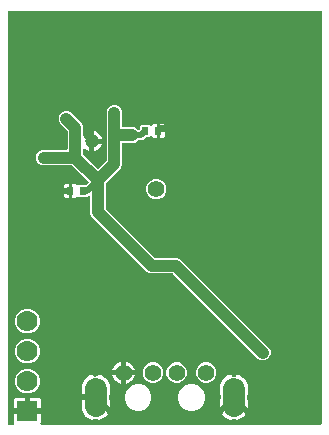
<source format=gbl>
G04 EAGLE Gerber RS-274X export*
G75*
%MOMM*%
%FSLAX34Y34*%
%LPD*%
%INBottom layer*%
%IPPOS*%
%AMOC8*
5,1,8,0,0,1.08239X$1,22.5*%
G01*
%ADD10R,0.600000X0.700000*%
%ADD11C,1.420000*%
%ADD12C,1.900000*%
%ADD13R,1.778000X1.778000*%
%ADD14C,1.778000*%
%ADD15C,1.200000*%
%ADD16C,0.500000*%
%ADD17C,0.804800*%
%ADD18C,0.654800*%
%ADD19C,0.704800*%
%ADD20C,1.000000*%
%ADD21C,1.400000*%

G36*
X9544Y5087D02*
X9544Y5087D01*
X9587Y5084D01*
X9683Y5107D01*
X9781Y5121D01*
X9820Y5138D01*
X9862Y5148D01*
X9948Y5196D01*
X10038Y5237D01*
X10070Y5265D01*
X10108Y5286D01*
X10177Y5356D01*
X10252Y5420D01*
X10276Y5456D01*
X10306Y5487D01*
X10352Y5574D01*
X10406Y5656D01*
X10419Y5697D01*
X10439Y5735D01*
X10460Y5832D01*
X10489Y5926D01*
X10489Y5969D01*
X10498Y6011D01*
X10491Y6109D01*
X10493Y6208D01*
X10481Y6249D01*
X10478Y6292D01*
X10447Y6372D01*
X10417Y6480D01*
X10386Y6531D01*
X10367Y6580D01*
X10332Y6639D01*
X10159Y7285D01*
X10159Y14511D01*
X20590Y14511D01*
X20653Y14520D01*
X20718Y14519D01*
X20792Y14540D01*
X20869Y14551D01*
X20928Y14577D01*
X20990Y14594D01*
X21056Y14635D01*
X21126Y14667D01*
X21175Y14709D01*
X21230Y14742D01*
X21281Y14800D01*
X21340Y14850D01*
X21376Y14904D01*
X21419Y14952D01*
X21452Y15021D01*
X21495Y15086D01*
X21514Y15148D01*
X21542Y15205D01*
X21552Y15275D01*
X21577Y15356D01*
X21578Y15441D01*
X21589Y15510D01*
X21589Y16511D01*
X21591Y16511D01*
X21591Y15510D01*
X21600Y15446D01*
X21599Y15382D01*
X21620Y15307D01*
X21631Y15231D01*
X21657Y15172D01*
X21674Y15110D01*
X21715Y15044D01*
X21747Y14974D01*
X21789Y14925D01*
X21822Y14870D01*
X21880Y14818D01*
X21930Y14760D01*
X21984Y14724D01*
X22032Y14681D01*
X22101Y14648D01*
X22166Y14605D01*
X22228Y14586D01*
X22286Y14558D01*
X22355Y14547D01*
X22436Y14523D01*
X22521Y14522D01*
X22590Y14511D01*
X33021Y14511D01*
X33021Y7285D01*
X32848Y6639D01*
X32813Y6580D01*
X32797Y6540D01*
X32774Y6504D01*
X32745Y6409D01*
X32708Y6318D01*
X32704Y6275D01*
X32691Y6234D01*
X32690Y6136D01*
X32680Y6037D01*
X32688Y5995D01*
X32687Y5952D01*
X32714Y5857D01*
X32732Y5760D01*
X32751Y5722D01*
X32763Y5680D01*
X32814Y5596D01*
X32859Y5508D01*
X32888Y5477D01*
X32911Y5440D01*
X32984Y5374D01*
X33051Y5302D01*
X33088Y5280D01*
X33120Y5251D01*
X33209Y5208D01*
X33294Y5158D01*
X33335Y5147D01*
X33374Y5128D01*
X33458Y5115D01*
X33567Y5087D01*
X33627Y5089D01*
X33678Y5081D01*
X269920Y5081D01*
X269984Y5090D01*
X270048Y5089D01*
X270123Y5110D01*
X270199Y5121D01*
X270258Y5147D01*
X270320Y5164D01*
X270386Y5205D01*
X270456Y5237D01*
X270505Y5279D01*
X270560Y5312D01*
X270612Y5370D01*
X270670Y5420D01*
X270706Y5474D01*
X270749Y5522D01*
X270782Y5591D01*
X270825Y5656D01*
X270844Y5718D01*
X270872Y5775D01*
X270883Y5845D01*
X270907Y5926D01*
X270908Y6011D01*
X270919Y6080D01*
X270919Y354680D01*
X270910Y354744D01*
X270911Y354808D01*
X270890Y354883D01*
X270879Y354959D01*
X270853Y355018D01*
X270836Y355080D01*
X270795Y355146D01*
X270763Y355216D01*
X270721Y355265D01*
X270688Y355320D01*
X270630Y355372D01*
X270580Y355430D01*
X270526Y355466D01*
X270478Y355509D01*
X270409Y355542D01*
X270344Y355585D01*
X270282Y355604D01*
X270225Y355632D01*
X270155Y355643D01*
X270074Y355667D01*
X269989Y355668D01*
X269920Y355679D01*
X6080Y355679D01*
X6016Y355670D01*
X5952Y355671D01*
X5877Y355650D01*
X5801Y355639D01*
X5742Y355613D01*
X5680Y355596D01*
X5614Y355555D01*
X5544Y355523D01*
X5495Y355481D01*
X5440Y355448D01*
X5388Y355390D01*
X5330Y355340D01*
X5294Y355286D01*
X5251Y355238D01*
X5218Y355169D01*
X5175Y355104D01*
X5156Y355042D01*
X5128Y354985D01*
X5117Y354915D01*
X5093Y354834D01*
X5092Y354749D01*
X5081Y354680D01*
X5081Y6080D01*
X5090Y6016D01*
X5089Y5952D01*
X5110Y5877D01*
X5121Y5801D01*
X5147Y5742D01*
X5164Y5680D01*
X5205Y5614D01*
X5237Y5544D01*
X5279Y5495D01*
X5312Y5440D01*
X5370Y5388D01*
X5420Y5330D01*
X5474Y5294D01*
X5522Y5251D01*
X5591Y5218D01*
X5656Y5175D01*
X5718Y5156D01*
X5775Y5128D01*
X5845Y5117D01*
X5926Y5093D01*
X6011Y5092D01*
X6080Y5081D01*
X9502Y5081D01*
X9544Y5087D01*
G37*
%LPC*%
G36*
X219682Y59515D02*
X219682Y59515D01*
X217284Y60509D01*
X144910Y132883D01*
X144833Y132940D01*
X144762Y133005D01*
X144721Y133025D01*
X144684Y133052D01*
X144594Y133086D01*
X144508Y133128D01*
X144466Y133134D01*
X144421Y133151D01*
X144293Y133161D01*
X144203Y133175D01*
X125702Y133175D01*
X123304Y134169D01*
X121328Y136144D01*
X121328Y136145D01*
X117095Y140378D01*
X117094Y140378D01*
X75749Y181724D01*
X74755Y184122D01*
X74755Y197887D01*
X74751Y197919D01*
X74753Y197951D01*
X74731Y198058D01*
X74715Y198166D01*
X74702Y198195D01*
X74696Y198227D01*
X74644Y198323D01*
X74599Y198423D01*
X74578Y198447D01*
X74563Y198476D01*
X74487Y198554D01*
X74416Y198637D01*
X74389Y198655D01*
X74366Y198678D01*
X74272Y198732D01*
X74180Y198791D01*
X74149Y198801D01*
X74121Y198817D01*
X74015Y198842D01*
X73910Y198874D01*
X73878Y198874D01*
X73847Y198882D01*
X73737Y198876D01*
X73628Y198878D01*
X73597Y198869D01*
X73565Y198867D01*
X73462Y198832D01*
X73356Y198802D01*
X73329Y198785D01*
X73298Y198775D01*
X73225Y198722D01*
X73116Y198654D01*
X73084Y198618D01*
X73049Y198593D01*
X72632Y198175D01*
X65368Y198175D01*
X64822Y198722D01*
X64779Y198754D01*
X64742Y198794D01*
X64666Y198839D01*
X64596Y198891D01*
X64546Y198910D01*
X64500Y198938D01*
X64415Y198960D01*
X64332Y198991D01*
X64279Y198995D01*
X64227Y199009D01*
X64139Y199006D01*
X64051Y199013D01*
X63999Y199002D01*
X63945Y199000D01*
X63861Y198973D01*
X63775Y198955D01*
X63728Y198930D01*
X63676Y198913D01*
X63604Y198864D01*
X63526Y198823D01*
X63487Y198785D01*
X63443Y198755D01*
X63394Y198694D01*
X63324Y198626D01*
X63288Y198563D01*
X63250Y198515D01*
X63033Y198140D01*
X62560Y197667D01*
X61981Y197332D01*
X61335Y197159D01*
X59499Y197159D01*
X59499Y202700D01*
X59490Y202763D01*
X59491Y202828D01*
X59470Y202902D01*
X59459Y202979D01*
X59433Y203037D01*
X59416Y203099D01*
X59375Y203165D01*
X59358Y203203D01*
X59362Y203211D01*
X59405Y203276D01*
X59424Y203338D01*
X59452Y203396D01*
X59463Y203465D01*
X59487Y203546D01*
X59488Y203631D01*
X59499Y203700D01*
X59499Y209241D01*
X61335Y209241D01*
X61981Y209068D01*
X62560Y208733D01*
X63033Y208260D01*
X63250Y207885D01*
X63283Y207843D01*
X63308Y207795D01*
X63369Y207732D01*
X63424Y207663D01*
X63467Y207632D01*
X63505Y207593D01*
X63581Y207550D01*
X63653Y207499D01*
X63703Y207481D01*
X63750Y207454D01*
X63836Y207434D01*
X63919Y207405D01*
X63972Y207402D01*
X64025Y207389D01*
X64113Y207394D01*
X64200Y207389D01*
X64253Y207401D01*
X64306Y207404D01*
X64389Y207433D01*
X64475Y207452D01*
X64522Y207479D01*
X64573Y207496D01*
X64636Y207542D01*
X64721Y207590D01*
X64772Y207642D01*
X64822Y207678D01*
X65368Y208225D01*
X71309Y208225D01*
X71404Y208238D01*
X71500Y208243D01*
X71543Y208258D01*
X71588Y208265D01*
X71676Y208304D01*
X71767Y208336D01*
X71801Y208361D01*
X71845Y208381D01*
X71942Y208464D01*
X72016Y208517D01*
X73114Y209616D01*
X73152Y209667D01*
X73198Y209712D01*
X73237Y209779D01*
X73283Y209841D01*
X73306Y209901D01*
X73337Y209957D01*
X73355Y210033D01*
X73383Y210105D01*
X73388Y210169D01*
X73402Y210232D01*
X73398Y210309D01*
X73404Y210386D01*
X73391Y210449D01*
X73388Y210513D01*
X73363Y210587D01*
X73347Y210662D01*
X73317Y210719D01*
X73296Y210780D01*
X73254Y210836D01*
X73214Y210911D01*
X73155Y210972D01*
X73114Y211029D01*
X59820Y224323D01*
X59743Y224380D01*
X59672Y224445D01*
X59631Y224465D01*
X59594Y224492D01*
X59504Y224526D01*
X59418Y224568D01*
X59376Y224574D01*
X59331Y224591D01*
X59203Y224601D01*
X59113Y224615D01*
X34262Y224615D01*
X31864Y225609D01*
X30029Y227444D01*
X29035Y229842D01*
X29035Y232438D01*
X30029Y234836D01*
X31864Y236671D01*
X34262Y237665D01*
X54706Y237665D01*
X54770Y237674D01*
X54834Y237673D01*
X54909Y237694D01*
X54985Y237705D01*
X55044Y237731D01*
X55106Y237748D01*
X55172Y237789D01*
X55242Y237821D01*
X55291Y237863D01*
X55346Y237896D01*
X55398Y237954D01*
X55456Y238004D01*
X55492Y238058D01*
X55535Y238106D01*
X55568Y238175D01*
X55611Y238240D01*
X55630Y238302D01*
X55658Y238359D01*
X55669Y238429D01*
X55693Y238510D01*
X55694Y238595D01*
X55705Y238664D01*
X55705Y253423D01*
X55692Y253518D01*
X55687Y253615D01*
X55672Y253658D01*
X55665Y253703D01*
X55626Y253790D01*
X55594Y253881D01*
X55569Y253915D01*
X55549Y253960D01*
X55466Y254057D01*
X55413Y254130D01*
X49079Y260464D01*
X48085Y262862D01*
X48085Y265458D01*
X49079Y267856D01*
X50914Y269691D01*
X53312Y270685D01*
X55908Y270685D01*
X58306Y269691D01*
X67761Y260236D01*
X68755Y257838D01*
X68755Y252156D01*
X68759Y252124D01*
X68757Y252091D01*
X68779Y251984D01*
X68795Y251876D01*
X68808Y251847D01*
X68814Y251815D01*
X68866Y251719D01*
X68911Y251619D01*
X68932Y251595D01*
X68947Y251566D01*
X69023Y251488D01*
X69094Y251405D01*
X69121Y251387D01*
X69144Y251364D01*
X69239Y251311D01*
X69330Y251251D01*
X69361Y251241D01*
X69389Y251225D01*
X69495Y251200D01*
X69600Y251168D01*
X69632Y251168D01*
X69664Y251160D01*
X69773Y251166D01*
X69882Y251165D01*
X69913Y251173D01*
X69945Y251175D01*
X70048Y251211D01*
X70154Y251240D01*
X70181Y251257D01*
X70212Y251267D01*
X70285Y251321D01*
X70394Y251388D01*
X70426Y251424D01*
X70461Y251449D01*
X70756Y251744D01*
X72154Y252679D01*
X73709Y253322D01*
X74201Y253420D01*
X74201Y246110D01*
X74210Y246047D01*
X74209Y245982D01*
X74230Y245908D01*
X74241Y245831D01*
X74267Y245772D01*
X74284Y245710D01*
X74325Y245644D01*
X74357Y245574D01*
X74399Y245525D01*
X74432Y245470D01*
X74490Y245419D01*
X74540Y245360D01*
X74594Y245324D01*
X74642Y245281D01*
X74711Y245248D01*
X74776Y245205D01*
X74838Y245186D01*
X74895Y245158D01*
X74965Y245148D01*
X75046Y245123D01*
X75131Y245122D01*
X75200Y245111D01*
X76201Y245111D01*
X76201Y245109D01*
X75200Y245109D01*
X75136Y245100D01*
X75072Y245101D01*
X74997Y245080D01*
X74921Y245069D01*
X74862Y245043D01*
X74800Y245026D01*
X74734Y244985D01*
X74664Y244953D01*
X74615Y244911D01*
X74560Y244878D01*
X74508Y244820D01*
X74450Y244770D01*
X74414Y244716D01*
X74371Y244668D01*
X74338Y244599D01*
X74295Y244534D01*
X74276Y244472D01*
X74248Y244414D01*
X74237Y244345D01*
X74213Y244264D01*
X74212Y244179D01*
X74201Y244110D01*
X74201Y236800D01*
X73709Y236898D01*
X72154Y237541D01*
X70756Y238476D01*
X70461Y238771D01*
X70435Y238790D01*
X70414Y238815D01*
X70322Y238875D01*
X70235Y238940D01*
X70205Y238952D01*
X70178Y238969D01*
X70073Y239001D01*
X69971Y239040D01*
X69939Y239042D01*
X69908Y239052D01*
X69799Y239053D01*
X69690Y239062D01*
X69658Y239055D01*
X69626Y239055D01*
X69521Y239026D01*
X69414Y239004D01*
X69385Y238989D01*
X69354Y238980D01*
X69261Y238923D01*
X69165Y238872D01*
X69142Y238849D01*
X69114Y238832D01*
X69041Y238751D01*
X68963Y238675D01*
X68947Y238647D01*
X68925Y238623D01*
X68878Y238524D01*
X68824Y238429D01*
X68816Y238398D01*
X68802Y238369D01*
X68788Y238279D01*
X68759Y238155D01*
X68761Y238107D01*
X68755Y238064D01*
X68755Y234257D01*
X68768Y234162D01*
X68773Y234065D01*
X68788Y234022D01*
X68795Y233977D01*
X68834Y233890D01*
X68866Y233799D01*
X68891Y233765D01*
X68911Y233720D01*
X68994Y233623D01*
X69047Y233550D01*
X80573Y222024D01*
X80625Y221985D01*
X80670Y221939D01*
X80737Y221901D01*
X80799Y221855D01*
X80859Y221832D01*
X80915Y221800D01*
X80990Y221782D01*
X81063Y221755D01*
X81127Y221750D01*
X81189Y221735D01*
X81267Y221739D01*
X81344Y221733D01*
X81407Y221746D01*
X81471Y221750D01*
X81544Y221775D01*
X81620Y221791D01*
X81677Y221821D01*
X81738Y221842D01*
X81794Y221884D01*
X81869Y221923D01*
X81930Y221983D01*
X81987Y222024D01*
X88433Y228470D01*
X88490Y228547D01*
X88555Y228618D01*
X88575Y228659D01*
X88602Y228696D01*
X88636Y228786D01*
X88678Y228872D01*
X88684Y228914D01*
X88701Y228959D01*
X88711Y229087D01*
X88725Y229177D01*
X88725Y270538D01*
X89719Y272936D01*
X91554Y274771D01*
X93952Y275765D01*
X96548Y275765D01*
X98946Y274771D01*
X100781Y272936D01*
X101775Y270538D01*
X101775Y257714D01*
X101784Y257650D01*
X101783Y257586D01*
X101804Y257511D01*
X101815Y257435D01*
X101841Y257376D01*
X101858Y257314D01*
X101899Y257248D01*
X101931Y257178D01*
X101973Y257129D01*
X102006Y257074D01*
X102064Y257022D01*
X102114Y256964D01*
X102168Y256928D01*
X102216Y256885D01*
X102285Y256852D01*
X102350Y256809D01*
X102412Y256790D01*
X102469Y256762D01*
X102539Y256751D01*
X102620Y256727D01*
X102705Y256726D01*
X102774Y256715D01*
X111788Y256715D01*
X114186Y255721D01*
X115151Y254756D01*
X115203Y254718D01*
X115247Y254672D01*
X115315Y254633D01*
X115377Y254587D01*
X115437Y254564D01*
X115493Y254533D01*
X115568Y254515D01*
X115641Y254487D01*
X115705Y254482D01*
X115767Y254468D01*
X115845Y254472D01*
X115922Y254466D01*
X115985Y254479D01*
X116049Y254482D01*
X116122Y254507D01*
X116198Y254523D01*
X116255Y254553D01*
X116315Y254574D01*
X116372Y254616D01*
X116447Y254656D01*
X116508Y254715D01*
X116564Y254756D01*
X116683Y254874D01*
X116740Y254951D01*
X116805Y255023D01*
X116825Y255064D01*
X116852Y255100D01*
X116886Y255190D01*
X116928Y255276D01*
X116934Y255318D01*
X116951Y255364D01*
X116961Y255491D01*
X116975Y255581D01*
X116975Y258132D01*
X117868Y259025D01*
X125132Y259025D01*
X125678Y258478D01*
X125721Y258446D01*
X125758Y258407D01*
X125833Y258362D01*
X125904Y258309D01*
X125954Y258290D01*
X126000Y258262D01*
X126085Y258240D01*
X126168Y258209D01*
X126221Y258205D01*
X126273Y258192D01*
X126361Y258194D01*
X126449Y258187D01*
X126501Y258198D01*
X126555Y258200D01*
X126639Y258227D01*
X126725Y258245D01*
X126772Y258270D01*
X126823Y258287D01*
X126896Y258336D01*
X126974Y258377D01*
X127013Y258415D01*
X127057Y258445D01*
X127106Y258506D01*
X127176Y258574D01*
X127212Y258637D01*
X127250Y258685D01*
X127467Y259060D01*
X127940Y259533D01*
X128519Y259868D01*
X129165Y260041D01*
X131001Y260041D01*
X131001Y254500D01*
X131010Y254437D01*
X131009Y254372D01*
X131030Y254298D01*
X131041Y254221D01*
X131067Y254163D01*
X131084Y254101D01*
X131125Y254035D01*
X131142Y253997D01*
X131138Y253989D01*
X131095Y253924D01*
X131076Y253862D01*
X131048Y253804D01*
X131037Y253735D01*
X131013Y253654D01*
X131012Y253569D01*
X131001Y253500D01*
X131001Y247959D01*
X129165Y247959D01*
X128519Y248132D01*
X127940Y248467D01*
X127467Y248940D01*
X127250Y249315D01*
X127217Y249357D01*
X127192Y249405D01*
X127131Y249468D01*
X127076Y249537D01*
X127033Y249568D01*
X126995Y249607D01*
X126919Y249650D01*
X126847Y249701D01*
X126797Y249719D01*
X126750Y249746D01*
X126664Y249766D01*
X126581Y249795D01*
X126528Y249798D01*
X126475Y249811D01*
X126387Y249806D01*
X126300Y249811D01*
X126248Y249799D01*
X126194Y249796D01*
X126110Y249767D01*
X126025Y249748D01*
X125978Y249721D01*
X125927Y249704D01*
X125864Y249658D01*
X125779Y249610D01*
X125728Y249558D01*
X125678Y249522D01*
X125132Y248975D01*
X122581Y248975D01*
X122486Y248962D01*
X122390Y248957D01*
X122347Y248942D01*
X122302Y248935D01*
X122214Y248896D01*
X122123Y248864D01*
X122089Y248839D01*
X122045Y248819D01*
X121948Y248736D01*
X121874Y248683D01*
X119357Y246165D01*
X116107Y246165D01*
X116011Y246152D01*
X115915Y246147D01*
X115872Y246132D01*
X115827Y246125D01*
X115740Y246086D01*
X115649Y246054D01*
X115614Y246029D01*
X115570Y246009D01*
X115473Y245926D01*
X115400Y245873D01*
X114186Y244659D01*
X111788Y243665D01*
X102774Y243665D01*
X102710Y243656D01*
X102646Y243657D01*
X102571Y243636D01*
X102495Y243625D01*
X102436Y243599D01*
X102374Y243582D01*
X102308Y243541D01*
X102238Y243509D01*
X102189Y243467D01*
X102134Y243434D01*
X102082Y243376D01*
X102024Y243326D01*
X101988Y243272D01*
X101945Y243224D01*
X101912Y243155D01*
X101869Y243090D01*
X101850Y243028D01*
X101822Y242971D01*
X101811Y242901D01*
X101787Y242820D01*
X101786Y242735D01*
X101775Y242666D01*
X101775Y224762D01*
X100781Y222364D01*
X88097Y209680D01*
X88040Y209603D01*
X87975Y209532D01*
X87955Y209491D01*
X87928Y209454D01*
X87894Y209364D01*
X87852Y209278D01*
X87846Y209236D01*
X87829Y209191D01*
X87821Y209097D01*
X87817Y209082D01*
X87816Y209047D01*
X87805Y208973D01*
X87805Y188537D01*
X87818Y188442D01*
X87823Y188345D01*
X87838Y188302D01*
X87845Y188257D01*
X87884Y188170D01*
X87916Y188079D01*
X87941Y188045D01*
X87961Y188000D01*
X88044Y187903D01*
X88097Y187830D01*
X126322Y149606D01*
X126322Y149605D01*
X129410Y146517D01*
X129487Y146460D01*
X129558Y146395D01*
X129599Y146375D01*
X129636Y146348D01*
X129726Y146314D01*
X129812Y146272D01*
X129854Y146266D01*
X129899Y146249D01*
X130027Y146239D01*
X130117Y146225D01*
X148618Y146225D01*
X151016Y145231D01*
X226511Y69736D01*
X227505Y67338D01*
X227505Y64742D01*
X226511Y62344D01*
X224676Y60509D01*
X222278Y59515D01*
X219682Y59515D01*
G37*
%LPD*%
%LPC*%
G36*
X198499Y9458D02*
X198499Y9458D01*
X198494Y9492D01*
X198497Y9527D01*
X198474Y9631D01*
X198459Y9737D01*
X198445Y9769D01*
X198438Y9803D01*
X198387Y9897D01*
X198343Y9994D01*
X198320Y10020D01*
X198304Y10051D01*
X198229Y10127D01*
X198160Y10208D01*
X198130Y10227D01*
X198106Y10252D01*
X198013Y10304D01*
X197924Y10363D01*
X197890Y10373D01*
X197860Y10390D01*
X197756Y10414D01*
X197654Y10445D01*
X197619Y10445D01*
X197585Y10453D01*
X197496Y10447D01*
X197372Y10449D01*
X197322Y10435D01*
X197278Y10432D01*
X196500Y10254D01*
X195722Y10432D01*
X195688Y10435D01*
X195654Y10445D01*
X195548Y10446D01*
X195441Y10455D01*
X195407Y10448D01*
X195372Y10449D01*
X195270Y10420D01*
X195165Y10399D01*
X195134Y10383D01*
X195100Y10373D01*
X195010Y10317D01*
X194915Y10268D01*
X194890Y10244D01*
X194860Y10225D01*
X194789Y10146D01*
X194712Y10072D01*
X194695Y10042D01*
X194671Y10016D01*
X194625Y9920D01*
X194572Y9828D01*
X194564Y9794D01*
X194548Y9762D01*
X194535Y9674D01*
X194505Y9553D01*
X194508Y9502D01*
X194501Y9458D01*
X194501Y8746D01*
X193681Y8876D01*
X191878Y9461D01*
X190189Y10322D01*
X188656Y11436D01*
X187316Y12776D01*
X186202Y14309D01*
X185341Y15998D01*
X184756Y17801D01*
X184459Y19672D01*
X184459Y26126D01*
X184484Y26130D01*
X184548Y26129D01*
X184623Y26150D01*
X184699Y26161D01*
X184758Y26187D01*
X184820Y26204D01*
X184886Y26245D01*
X184956Y26277D01*
X185005Y26319D01*
X185060Y26352D01*
X185112Y26410D01*
X185170Y26460D01*
X185206Y26514D01*
X185249Y26562D01*
X185282Y26631D01*
X185325Y26696D01*
X185344Y26758D01*
X185372Y26815D01*
X185383Y26885D01*
X185407Y26966D01*
X185408Y27051D01*
X185419Y27120D01*
X185419Y29120D01*
X185411Y29179D01*
X185411Y29191D01*
X185410Y29193D01*
X185411Y29248D01*
X185390Y29323D01*
X185379Y29399D01*
X185353Y29458D01*
X185336Y29520D01*
X185295Y29586D01*
X185263Y29656D01*
X185221Y29705D01*
X185188Y29760D01*
X185130Y29812D01*
X185080Y29870D01*
X185026Y29906D01*
X184978Y29949D01*
X184909Y29982D01*
X184844Y30025D01*
X184782Y30044D01*
X184725Y30072D01*
X184655Y30082D01*
X184574Y30107D01*
X184489Y30108D01*
X184459Y30113D01*
X184459Y36568D01*
X184512Y36902D01*
X184512Y36903D01*
X184756Y38439D01*
X185341Y40242D01*
X186202Y41931D01*
X187316Y43464D01*
X188656Y44804D01*
X190189Y45918D01*
X191878Y46779D01*
X193681Y47364D01*
X194501Y47494D01*
X194501Y46782D01*
X194506Y46748D01*
X194503Y46713D01*
X194526Y46609D01*
X194541Y46503D01*
X194555Y46471D01*
X194562Y46437D01*
X194613Y46343D01*
X194657Y46246D01*
X194679Y46220D01*
X194696Y46189D01*
X194771Y46113D01*
X194840Y46032D01*
X194870Y46013D01*
X194894Y45988D01*
X194987Y45936D01*
X195076Y45877D01*
X195110Y45867D01*
X195140Y45850D01*
X195244Y45826D01*
X195346Y45795D01*
X195381Y45795D01*
X195415Y45787D01*
X195504Y45793D01*
X195628Y45791D01*
X195677Y45805D01*
X195722Y45808D01*
X196500Y45986D01*
X197278Y45808D01*
X197312Y45805D01*
X197346Y45795D01*
X197452Y45794D01*
X197559Y45785D01*
X197593Y45792D01*
X197628Y45791D01*
X197730Y45820D01*
X197835Y45841D01*
X197866Y45857D01*
X197900Y45867D01*
X197990Y45923D01*
X198085Y45972D01*
X198110Y45996D01*
X198140Y46015D01*
X198211Y46094D01*
X198288Y46168D01*
X198305Y46198D01*
X198329Y46224D01*
X198375Y46320D01*
X198428Y46412D01*
X198436Y46446D01*
X198452Y46478D01*
X198465Y46566D01*
X198495Y46687D01*
X198492Y46738D01*
X198499Y46782D01*
X198499Y47494D01*
X199319Y47364D01*
X201122Y46779D01*
X202811Y45918D01*
X204344Y44804D01*
X205684Y43464D01*
X206798Y41931D01*
X207659Y40242D01*
X208244Y38439D01*
X208541Y36568D01*
X208541Y30114D01*
X208516Y30110D01*
X208452Y30111D01*
X208377Y30090D01*
X208301Y30079D01*
X208242Y30053D01*
X208180Y30036D01*
X208114Y29995D01*
X208044Y29963D01*
X207995Y29921D01*
X207940Y29888D01*
X207888Y29830D01*
X207830Y29780D01*
X207794Y29726D01*
X207751Y29678D01*
X207718Y29609D01*
X207675Y29544D01*
X207656Y29482D01*
X207628Y29425D01*
X207617Y29355D01*
X207593Y29274D01*
X207592Y29189D01*
X207581Y29120D01*
X207581Y27120D01*
X207590Y27056D01*
X207589Y26992D01*
X207610Y26917D01*
X207621Y26841D01*
X207647Y26782D01*
X207664Y26720D01*
X207705Y26654D01*
X207737Y26584D01*
X207779Y26535D01*
X207812Y26480D01*
X207870Y26428D01*
X207920Y26370D01*
X207974Y26334D01*
X208022Y26291D01*
X208091Y26258D01*
X208156Y26215D01*
X208218Y26196D01*
X208275Y26168D01*
X208345Y26158D01*
X208426Y26133D01*
X208511Y26132D01*
X208541Y26127D01*
X208541Y19672D01*
X208470Y19225D01*
X208470Y19224D01*
X208244Y17801D01*
X207659Y15998D01*
X206798Y14309D01*
X205684Y12776D01*
X204344Y11436D01*
X202811Y10322D01*
X201122Y9461D01*
X199319Y8876D01*
X198499Y8746D01*
X198499Y9458D01*
G37*
%LPD*%
%LPC*%
G36*
X81499Y9458D02*
X81499Y9458D01*
X81494Y9492D01*
X81497Y9527D01*
X81474Y9631D01*
X81459Y9737D01*
X81445Y9769D01*
X81438Y9803D01*
X81387Y9897D01*
X81343Y9994D01*
X81320Y10020D01*
X81304Y10051D01*
X81229Y10127D01*
X81160Y10208D01*
X81130Y10227D01*
X81106Y10252D01*
X81013Y10304D01*
X80924Y10363D01*
X80890Y10373D01*
X80860Y10390D01*
X80756Y10414D01*
X80654Y10445D01*
X80619Y10445D01*
X80585Y10453D01*
X80496Y10447D01*
X80372Y10449D01*
X80322Y10435D01*
X80278Y10432D01*
X79500Y10254D01*
X78722Y10432D01*
X78688Y10435D01*
X78654Y10445D01*
X78548Y10446D01*
X78441Y10455D01*
X78407Y10448D01*
X78372Y10449D01*
X78270Y10420D01*
X78165Y10399D01*
X78134Y10383D01*
X78100Y10373D01*
X78010Y10317D01*
X77915Y10268D01*
X77890Y10244D01*
X77860Y10225D01*
X77789Y10146D01*
X77712Y10072D01*
X77695Y10042D01*
X77671Y10016D01*
X77625Y9920D01*
X77572Y9828D01*
X77564Y9794D01*
X77548Y9762D01*
X77535Y9674D01*
X77505Y9553D01*
X77508Y9502D01*
X77501Y9458D01*
X77501Y8746D01*
X76681Y8876D01*
X74878Y9461D01*
X73189Y10322D01*
X71656Y11436D01*
X70316Y12776D01*
X69202Y14309D01*
X68341Y15998D01*
X67756Y17801D01*
X67459Y19672D01*
X67459Y26126D01*
X67484Y26130D01*
X67548Y26129D01*
X67623Y26150D01*
X67699Y26161D01*
X67758Y26187D01*
X67820Y26204D01*
X67886Y26245D01*
X67956Y26277D01*
X68005Y26319D01*
X68060Y26352D01*
X68112Y26410D01*
X68170Y26460D01*
X68206Y26514D01*
X68249Y26562D01*
X68282Y26631D01*
X68325Y26696D01*
X68344Y26758D01*
X68372Y26815D01*
X68383Y26885D01*
X68407Y26966D01*
X68408Y27051D01*
X68419Y27120D01*
X68419Y29120D01*
X68411Y29179D01*
X68411Y29191D01*
X68410Y29193D01*
X68411Y29248D01*
X68390Y29323D01*
X68379Y29399D01*
X68353Y29458D01*
X68336Y29520D01*
X68295Y29586D01*
X68263Y29656D01*
X68221Y29705D01*
X68188Y29760D01*
X68130Y29812D01*
X68080Y29870D01*
X68026Y29906D01*
X67978Y29949D01*
X67909Y29982D01*
X67844Y30025D01*
X67782Y30044D01*
X67725Y30072D01*
X67655Y30082D01*
X67574Y30107D01*
X67489Y30108D01*
X67459Y30113D01*
X67459Y36568D01*
X67512Y36902D01*
X67512Y36903D01*
X67756Y38439D01*
X68341Y40242D01*
X69202Y41931D01*
X70316Y43464D01*
X71656Y44804D01*
X73189Y45918D01*
X74878Y46779D01*
X76681Y47364D01*
X77501Y47494D01*
X77501Y46782D01*
X77506Y46748D01*
X77503Y46713D01*
X77526Y46609D01*
X77541Y46503D01*
X77555Y46471D01*
X77562Y46437D01*
X77613Y46343D01*
X77657Y46246D01*
X77679Y46220D01*
X77696Y46189D01*
X77771Y46113D01*
X77840Y46032D01*
X77870Y46013D01*
X77894Y45988D01*
X77987Y45936D01*
X78076Y45877D01*
X78110Y45867D01*
X78140Y45850D01*
X78244Y45826D01*
X78346Y45795D01*
X78381Y45795D01*
X78415Y45787D01*
X78504Y45793D01*
X78628Y45791D01*
X78677Y45805D01*
X78722Y45808D01*
X79500Y45986D01*
X80278Y45808D01*
X80312Y45805D01*
X80346Y45795D01*
X80452Y45794D01*
X80559Y45785D01*
X80593Y45792D01*
X80628Y45791D01*
X80730Y45820D01*
X80835Y45841D01*
X80866Y45857D01*
X80900Y45867D01*
X80990Y45923D01*
X81085Y45972D01*
X81110Y45996D01*
X81140Y46015D01*
X81211Y46094D01*
X81288Y46168D01*
X81305Y46198D01*
X81329Y46224D01*
X81375Y46320D01*
X81428Y46412D01*
X81436Y46446D01*
X81452Y46478D01*
X81465Y46566D01*
X81495Y46687D01*
X81492Y46738D01*
X81499Y46782D01*
X81499Y47494D01*
X82319Y47364D01*
X84122Y46779D01*
X85811Y45918D01*
X87344Y44804D01*
X88684Y43464D01*
X89798Y41931D01*
X90659Y40242D01*
X91244Y38439D01*
X91541Y36568D01*
X91541Y30114D01*
X91516Y30110D01*
X91452Y30111D01*
X91377Y30090D01*
X91301Y30079D01*
X91242Y30053D01*
X91180Y30036D01*
X91114Y29995D01*
X91044Y29963D01*
X90995Y29921D01*
X90940Y29888D01*
X90888Y29830D01*
X90830Y29780D01*
X90794Y29726D01*
X90751Y29678D01*
X90718Y29609D01*
X90675Y29544D01*
X90656Y29482D01*
X90628Y29425D01*
X90617Y29355D01*
X90593Y29274D01*
X90592Y29189D01*
X90581Y29120D01*
X90581Y27120D01*
X90590Y27056D01*
X90589Y26992D01*
X90610Y26917D01*
X90621Y26841D01*
X90647Y26782D01*
X90664Y26720D01*
X90705Y26654D01*
X90737Y26584D01*
X90779Y26535D01*
X90812Y26480D01*
X90870Y26428D01*
X90920Y26370D01*
X90974Y26334D01*
X91022Y26291D01*
X91091Y26258D01*
X91156Y26215D01*
X91218Y26196D01*
X91275Y26168D01*
X91345Y26158D01*
X91426Y26133D01*
X91511Y26132D01*
X91541Y26127D01*
X91541Y19672D01*
X91470Y19225D01*
X91470Y19224D01*
X91244Y17801D01*
X90659Y15998D01*
X89798Y14309D01*
X88684Y12776D01*
X87344Y11436D01*
X85811Y10322D01*
X84122Y9461D01*
X82319Y8876D01*
X81499Y8746D01*
X81499Y9458D01*
G37*
%LPD*%
%LPC*%
G36*
X158296Y17039D02*
X158296Y17039D01*
X154223Y18726D01*
X151106Y21843D01*
X149419Y25916D01*
X149419Y30324D01*
X151106Y34397D01*
X154223Y37514D01*
X158296Y39201D01*
X162704Y39201D01*
X166777Y37514D01*
X169894Y34397D01*
X171581Y30324D01*
X171581Y25916D01*
X169894Y21843D01*
X166777Y18726D01*
X162704Y17039D01*
X158296Y17039D01*
G37*
%LPD*%
%LPC*%
G36*
X113296Y17039D02*
X113296Y17039D01*
X109223Y18726D01*
X106106Y21843D01*
X104419Y25916D01*
X104419Y30324D01*
X106106Y34397D01*
X109223Y37514D01*
X113296Y39201D01*
X117704Y39201D01*
X121777Y37514D01*
X124894Y34397D01*
X126581Y30324D01*
X126581Y25916D01*
X124894Y21843D01*
X121777Y18726D01*
X117704Y17039D01*
X113296Y17039D01*
G37*
%LPD*%
%LPC*%
G36*
X19518Y31495D02*
X19518Y31495D01*
X15690Y33081D01*
X12761Y36010D01*
X11175Y39838D01*
X11175Y43982D01*
X12761Y47810D01*
X15690Y50739D01*
X19518Y52325D01*
X23662Y52325D01*
X27490Y50739D01*
X30419Y47810D01*
X32005Y43982D01*
X32005Y39838D01*
X30419Y36010D01*
X27490Y33081D01*
X23662Y31495D01*
X19518Y31495D01*
G37*
%LPD*%
%LPC*%
G36*
X19518Y56895D02*
X19518Y56895D01*
X15690Y58481D01*
X12761Y61410D01*
X11175Y65238D01*
X11175Y69382D01*
X12761Y73210D01*
X15690Y76139D01*
X19518Y77725D01*
X23662Y77725D01*
X27490Y76139D01*
X30419Y73210D01*
X32005Y69382D01*
X32005Y65238D01*
X30419Y61410D01*
X27490Y58481D01*
X23662Y56895D01*
X19518Y56895D01*
G37*
%LPD*%
%LPC*%
G36*
X19518Y82295D02*
X19518Y82295D01*
X15690Y83881D01*
X12761Y86810D01*
X11175Y90638D01*
X11175Y94782D01*
X12761Y98610D01*
X15690Y101539D01*
X19518Y103125D01*
X23662Y103125D01*
X27490Y101539D01*
X30419Y98610D01*
X32005Y94782D01*
X32005Y90638D01*
X30419Y86810D01*
X27490Y83881D01*
X23662Y82295D01*
X19518Y82295D01*
G37*
%LPD*%
%LPC*%
G36*
X171284Y40495D02*
X171284Y40495D01*
X168114Y41808D01*
X165688Y44234D01*
X164375Y47404D01*
X164375Y50836D01*
X165688Y54006D01*
X168114Y56432D01*
X171284Y57745D01*
X174716Y57745D01*
X177886Y56432D01*
X180312Y54006D01*
X181625Y50836D01*
X181625Y47404D01*
X180312Y44234D01*
X177886Y41808D01*
X174716Y40495D01*
X171284Y40495D01*
G37*
%LPD*%
%LPC*%
G36*
X126284Y40495D02*
X126284Y40495D01*
X123114Y41808D01*
X120688Y44234D01*
X119375Y47404D01*
X119375Y50836D01*
X120688Y54006D01*
X123114Y56432D01*
X126284Y57745D01*
X129716Y57745D01*
X132886Y56432D01*
X135312Y54006D01*
X136625Y50836D01*
X136625Y47404D01*
X135312Y44234D01*
X132886Y41808D01*
X129716Y40495D01*
X126284Y40495D01*
G37*
%LPD*%
%LPC*%
G36*
X146284Y40495D02*
X146284Y40495D01*
X143114Y41808D01*
X140688Y44234D01*
X139375Y47404D01*
X139375Y50836D01*
X140688Y54006D01*
X143114Y56432D01*
X146284Y57745D01*
X149716Y57745D01*
X152886Y56432D01*
X155312Y54006D01*
X156625Y50836D01*
X156625Y47404D01*
X155312Y44234D01*
X152886Y41808D01*
X149716Y40495D01*
X146284Y40495D01*
G37*
%LPD*%
%LPC*%
G36*
X129114Y195945D02*
X129114Y195945D01*
X125981Y197243D01*
X123583Y199641D01*
X122285Y202774D01*
X122285Y206166D01*
X123583Y209299D01*
X125981Y211697D01*
X129114Y212995D01*
X132506Y212995D01*
X135639Y211697D01*
X138037Y209299D01*
X139335Y206166D01*
X139335Y202774D01*
X138037Y199641D01*
X135639Y197243D01*
X132506Y195945D01*
X129114Y195945D01*
G37*
%LPD*%
%LPC*%
G36*
X23589Y18509D02*
X23589Y18509D01*
X23589Y27941D01*
X30815Y27941D01*
X31461Y27768D01*
X32040Y27433D01*
X32513Y26960D01*
X32848Y26381D01*
X33021Y25735D01*
X33021Y18509D01*
X23589Y18509D01*
G37*
%LPD*%
%LPC*%
G36*
X10159Y18509D02*
X10159Y18509D01*
X10159Y25735D01*
X10332Y26381D01*
X10667Y26960D01*
X11140Y27433D01*
X11719Y27768D01*
X12365Y27941D01*
X19591Y27941D01*
X19591Y18509D01*
X10159Y18509D01*
G37*
%LPD*%
%LPC*%
G36*
X104999Y51119D02*
X104999Y51119D01*
X104999Y58564D01*
X105258Y58523D01*
X106701Y58054D01*
X108053Y57365D01*
X109281Y56473D01*
X110353Y55401D01*
X111245Y54173D01*
X111934Y52821D01*
X112403Y51378D01*
X112444Y51119D01*
X104999Y51119D01*
G37*
%LPD*%
%LPC*%
G36*
X93556Y51119D02*
X93556Y51119D01*
X93597Y51377D01*
X94066Y52821D01*
X94755Y54173D01*
X95647Y55401D01*
X96719Y56473D01*
X97947Y57365D01*
X99299Y58054D01*
X100742Y58523D01*
X101001Y58564D01*
X101001Y51119D01*
X93556Y51119D01*
G37*
%LPD*%
%LPC*%
G36*
X104999Y47121D02*
X104999Y47121D01*
X112444Y47121D01*
X112403Y46862D01*
X111934Y45419D01*
X111245Y44067D01*
X110353Y42839D01*
X109281Y41767D01*
X108053Y40875D01*
X106701Y40186D01*
X105257Y39717D01*
X104999Y39676D01*
X104999Y47121D01*
G37*
%LPD*%
%LPC*%
G36*
X100743Y39717D02*
X100743Y39717D01*
X99299Y40186D01*
X97947Y40875D01*
X96719Y41767D01*
X95647Y42839D01*
X94755Y44067D01*
X94066Y45419D01*
X93597Y46863D01*
X93556Y47121D01*
X101001Y47121D01*
X101001Y39676D01*
X100743Y39717D01*
G37*
%LPD*%
%LPC*%
G36*
X78199Y247109D02*
X78199Y247109D01*
X78199Y253420D01*
X78691Y253322D01*
X80246Y252679D01*
X81644Y251744D01*
X82834Y250554D01*
X83769Y249156D01*
X84412Y247601D01*
X84510Y247109D01*
X78199Y247109D01*
G37*
%LPD*%
%LPC*%
G36*
X78199Y243111D02*
X78199Y243111D01*
X84510Y243111D01*
X84412Y242619D01*
X83769Y241064D01*
X82834Y239666D01*
X81644Y238476D01*
X80246Y237541D01*
X78691Y236898D01*
X78199Y236800D01*
X78199Y243111D01*
G37*
%LPD*%
%LPC*%
G36*
X133999Y255499D02*
X133999Y255499D01*
X133999Y260041D01*
X135835Y260041D01*
X136481Y259868D01*
X137060Y259533D01*
X137533Y259060D01*
X137868Y258481D01*
X138041Y257835D01*
X138041Y255499D01*
X133999Y255499D01*
G37*
%LPD*%
%LPC*%
G36*
X133999Y247959D02*
X133999Y247959D01*
X133999Y252501D01*
X138041Y252501D01*
X138041Y250165D01*
X137868Y249519D01*
X137533Y248940D01*
X137060Y248467D01*
X136481Y248132D01*
X135835Y247959D01*
X133999Y247959D01*
G37*
%LPD*%
%LPC*%
G36*
X52459Y204699D02*
X52459Y204699D01*
X52459Y207035D01*
X52632Y207681D01*
X52967Y208260D01*
X53440Y208733D01*
X54019Y209068D01*
X54665Y209241D01*
X56501Y209241D01*
X56501Y204699D01*
X52459Y204699D01*
G37*
%LPD*%
%LPC*%
G36*
X54665Y197159D02*
X54665Y197159D01*
X54019Y197332D01*
X53440Y197667D01*
X52967Y198140D01*
X52632Y198719D01*
X52459Y199365D01*
X52459Y201701D01*
X56501Y201701D01*
X56501Y197159D01*
X54665Y197159D01*
G37*
%LPD*%
%LPC*%
G36*
X102999Y49119D02*
X102999Y49119D01*
X102999Y49121D01*
X103001Y49121D01*
X103001Y49119D01*
X102999Y49119D01*
G37*
%LPD*%
D10*
X69000Y203200D03*
X58000Y203200D03*
X121500Y254000D03*
X132500Y254000D03*
D11*
X173000Y49120D03*
X148000Y49120D03*
X128000Y49120D03*
X103000Y49120D03*
D12*
X79500Y35620D02*
X79500Y20620D01*
X196500Y20620D02*
X196500Y35620D01*
D13*
X21590Y16510D03*
D14*
X21590Y41910D03*
X21590Y67310D03*
X21590Y92710D03*
D15*
X76200Y245110D03*
D16*
X247436Y150129D02*
X251853Y154547D01*
X266700Y69367D02*
X266700Y12700D01*
X266700Y69367D02*
X247436Y88631D01*
X247436Y150129D01*
X251853Y154547D02*
X251853Y161683D01*
X266700Y12700D02*
X209420Y12700D01*
X58000Y203200D02*
X12700Y203200D01*
X260350Y226060D02*
X260350Y256540D01*
X135040Y256540D01*
X132500Y254000D01*
X76200Y245110D02*
X71254Y250056D01*
X71254Y260278D01*
X52132Y279400D01*
X12700Y279400D01*
X12700Y203200D01*
D17*
X106680Y226060D03*
D16*
X79500Y28120D02*
X50800Y28120D01*
X196500Y28120D02*
X209420Y13700D01*
X209420Y12700D01*
X260350Y226060D02*
X106680Y226060D01*
X251853Y161683D02*
X260350Y170180D01*
X260350Y226060D01*
X50800Y28120D02*
X39190Y16510D01*
X21590Y16510D01*
X7620Y16510D01*
X7580Y16550D01*
X7580Y198080D02*
X12700Y203200D01*
X7580Y198080D02*
X7580Y16550D01*
X79500Y28120D02*
X94920Y12700D01*
X181080Y12700D02*
X196500Y28120D01*
X181080Y12700D02*
X94920Y12700D01*
D18*
X110490Y250190D03*
X54610Y264160D03*
X81280Y212090D03*
X35560Y231140D03*
X95250Y269240D03*
D19*
X220980Y66040D03*
D20*
X148590Y138430D01*
X147320Y139700D01*
X127000Y139700D01*
X81280Y212090D02*
X62230Y231140D01*
X35560Y231140D01*
X62230Y231140D02*
X62230Y256540D01*
X54610Y264160D01*
X95250Y226060D02*
X81280Y212090D01*
X95250Y226060D02*
X95250Y254000D01*
X95250Y269240D01*
X95250Y254000D02*
X99060Y250190D01*
X110490Y250190D01*
D16*
X117690Y250190D01*
X121500Y254000D01*
X72390Y203200D02*
X69000Y203200D01*
X72390Y203200D02*
X81280Y212090D01*
D20*
X120650Y146050D02*
X127000Y139700D01*
X120650Y146050D02*
X81280Y185420D01*
X81280Y212090D01*
D19*
X148590Y138430D03*
X114300Y152400D03*
D16*
X120650Y146050D01*
D21*
X130810Y204470D03*
M02*

</source>
